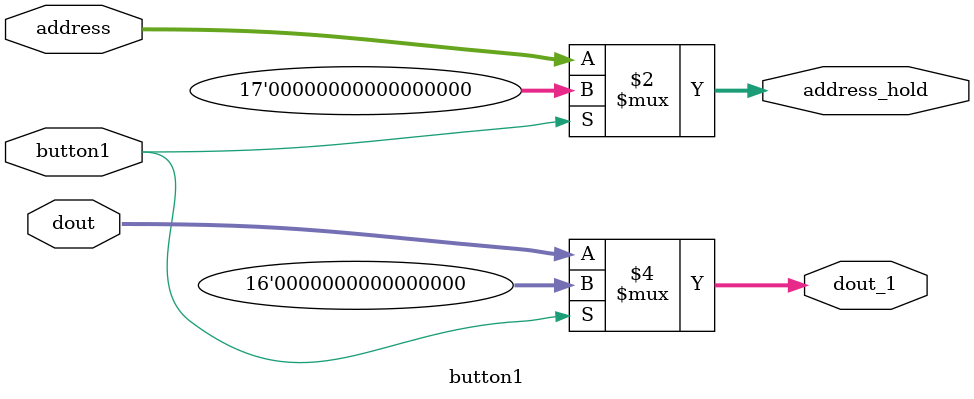
<source format=v>
`timescale 1ns / 1ps


(* dont_touch = "true" *)
module button1(
    input [16:0]address,
    input button1,
    input [15:0]dout,
    output [16:0]address_hold,
    output [15:0]dout_1
    );
    assign address_hold=(button1==1'b1)?17'b0:address;
    assign dout_1=(button1==1'b1)?16'b0:dout;
endmodule

</source>
